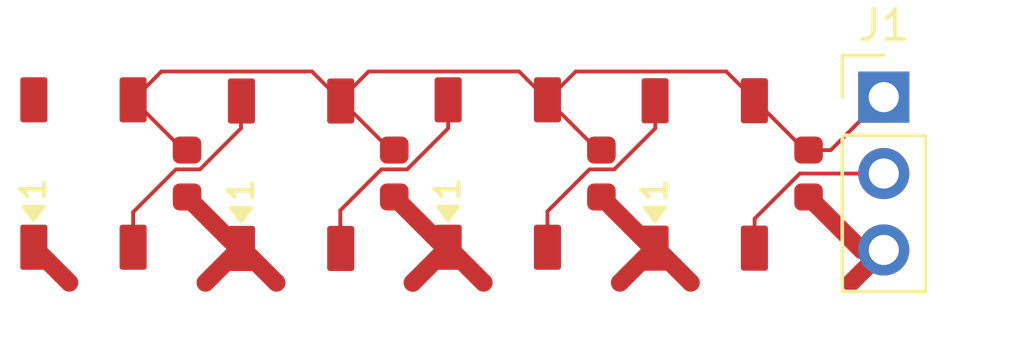
<source format=kicad_pcb>
(kicad_pcb (version 20241229) (generator "pcbnew") (generator_version "9.0")
  (layers (0 "F.Cu" signal) (4 "In1.Cu" signal) (6 "In2.Cu" signal) (2 "B.Cu" signal) (13 "F.Paste" user) (15 "B.Paste" user) (5 "F.SilkS" user "F.Silkscreen") (7 "B.SilkS" user "B.Silkscreen") (1 "F.Mask" user) (3 "B.Mask" user) (25 "Edge.Cuts" user))
  (net 0 "")
  (net 1 "GND")
  (net 2 "+3.3V")
  (net 3 "Net-(D1-DOUT)")
  (net 4 "Net-(D2-DOUT)")
  (net 5 "Net-(D3-DOUT)")
  (net 6 "Net-(D4-DOUT)")
  (net 7 "/RGB_DIN")
  (footprint "PCM_JLCPCB:LED_WS2812B_PLCC4_5.0x5.0mm_P3.2mm" (layer "F.Cu") (at 193.1 88.48 90)
    (property "Reference" "D4" (hide yes))
    (property "Value" "WS2812B")
    (fp_poly (pts (xy -1.57 -1.66) (xy -1.1 -2) (xy -1.1 -1.32) (xy -1.57 -1.66)) (stroke (width 0.12)) (fill yes) (layer "F.SilkS"))
    (fp_text user "1" (at -1 -1.2 90) (layer "F.SilkS") (effects (font (size 0.8 0.8) (thickness 0.15) (bold yes)) (justify left bottom)))
    (pad "1" smd roundrect (at -2.45 -1.65 90) (size 1.5 0.9) (layers "F.Cu" "F.Mask" "F.Paste") (roundrect_rratio 0.1) (net 2 "+3.3V"))
    (pad "2" smd roundrect (at -2.45 1.65 90) (size 1.5 0.9) (layers "F.Cu" "F.Mask" "F.Paste") (roundrect_rratio 0.1) (net 6 "Net-(D4-DOUT)"))
    (pad "3" smd roundrect (at 2.45 1.65 90) (size 1.5 0.9) (layers "F.Cu" "F.Mask" "F.Paste") (roundrect_rratio 0.1) (net 1 "GND"))
    (pad "4" smd roundrect (at 2.45 -1.65 90) (size 1.5 0.9) (layers "F.Cu" "F.Mask" "F.Paste") (roundrect_rratio 0.1) (net 5 "Net-(D3-DOUT)"))
  )
  (footprint "PCM_JLCPCB:C_0603" (layer "F.Cu") (at 189.664286 88.45 -90)
    (property "Reference" "C2" (hide yes))
    (property "Value" "100nF")
    (pad "1" smd roundrect (at -0.78 0 270) (size 0.9 0.95) (layers "F.Cu" "F.Mask" "F.Paste") (net 1 "GND"))
    (pad "2" smd roundrect (at 0.78 0 270) (size 0.9 0.95) (layers "F.Cu" "F.Mask" "F.Paste") (net 2 "+3.3V"))
  )
  (footprint "PCM_JLCPCB:C_0603" (layer "F.Cu") (at 182.778571 88.45 -90)
    (property "Reference" "C3" (hide yes))
    (property "Value" "100nF")
    (pad "1" smd roundrect (at -0.78 0 270) (size 0.9 0.95) (layers "F.Cu" "F.Mask" "F.Paste") (net 1 "GND"))
    (pad "2" smd roundrect (at 0.78 0 270) (size 0.9 0.95) (layers "F.Cu" "F.Mask" "F.Paste") (net 2 "+3.3V"))
  )
  (footprint "PCM_JLCPCB:C_0603" (layer "F.Cu") (at 196.55 88.45 -90)
    (property "Reference" "C1" (hide yes))
    (property "Value" "100nF")
    (pad "1" smd roundrect (at -0.78 0 270) (size 0.9 0.95) (layers "F.Cu" "F.Mask" "F.Paste") (net 1 "GND"))
    (pad "2" smd roundrect (at 0.78 0 270) (size 0.9 0.95) (layers "F.Cu" "F.Mask" "F.Paste") (net 2 "+3.3V"))
  )
  (footprint "PCM_JLCPCB:C_0603" (layer "F.Cu") (at 175.892857 88.45 -90)
    (property "Reference" "C4" (hide yes))
    (property "Value" "100nF")
    (pad "1" smd roundrect (at -0.78 0 270) (size 0.9 0.95) (layers "F.Cu" "F.Mask" "F.Paste") (net 1 "GND"))
    (pad "2" smd roundrect (at 0.78 0 270) (size 0.9 0.95) (layers "F.Cu" "F.Mask" "F.Paste") (net 2 "+3.3V"))
  )
  (footprint "PCM_JLCPCB:LED_WS2812B_PLCC4_5.0x5.0mm_P3.2mm" (layer "F.Cu") (at 186.221429 88.45 90)
    (property "Reference" "D3" (hide yes))
    (property "Value" "WS2812B")
    (fp_poly (pts (xy -1.57 -1.66) (xy -1.1 -2) (xy -1.1 -1.32) (xy -1.57 -1.66)) (stroke (width 0.12)) (fill yes) (layer "F.SilkS"))
    (fp_text user "1" (at -1 -1.2 90) (layer "F.SilkS") (effects (font (size 0.8 0.8) (thickness 0.15) (bold yes)) (justify left bottom)))
    (pad "1" smd roundrect (at -2.45 -1.65 90) (size 1.5 0.9) (layers "F.Cu" "F.Mask" "F.Paste") (roundrect_rratio 0.1) (net 2 "+3.3V"))
    (pad "2" smd roundrect (at -2.45 1.65 90) (size 1.5 0.9) (layers "F.Cu" "F.Mask" "F.Paste") (roundrect_rratio 0.1) (net 5 "Net-(D3-DOUT)"))
    (pad "3" smd roundrect (at 2.45 1.65 90) (size 1.5 0.9) (layers "F.Cu" "F.Mask" "F.Paste") (roundrect_rratio 0.1) (net 1 "GND"))
    (pad "4" smd roundrect (at 2.45 -1.65 90) (size 1.5 0.9) (layers "F.Cu" "F.Mask" "F.Paste") (roundrect_rratio 0.1) (net 4 "Net-(D2-DOUT)"))
  )
  (footprint "PCM_JLCPCB:LED_WS2812B_PLCC4_5.0x5.0mm_P3.2mm" (layer "F.Cu") (at 172.45 88.45 90)
    (property "Reference" "D1" (hide yes))
    (property "Value" "WS2812B")
    (fp_poly (pts (xy -1.57 -1.66) (xy -1.1 -2) (xy -1.1 -1.32) (xy -1.57 -1.66)) (stroke (width 0.12)) (fill yes) (layer "F.SilkS"))
    (fp_text user "1" (at -1 -1.2 90) (layer "F.SilkS") (effects (font (size 0.8 0.8) (thickness 0.15) (bold yes)) (justify left bottom)))
    (pad "1" smd roundrect (at -2.45 -1.65 90) (size 1.5 0.9) (layers "F.Cu" "F.Mask" "F.Paste") (roundrect_rratio 0.1) (net 2 "+3.3V"))
    (pad "2" smd roundrect (at -2.45 1.65 90) (size 1.5 0.9) (layers "F.Cu" "F.Mask" "F.Paste") (roundrect_rratio 0.1) (net 3 "Net-(D1-DOUT)"))
    (pad "3" smd roundrect (at 2.45 1.65 90) (size 1.5 0.9) (layers "F.Cu" "F.Mask" "F.Paste") (roundrect_rratio 0.1) (net 1 "GND"))
    (pad "4" smd roundrect (at 2.45 -1.65 90) (size 1.5 0.9) (layers "F.Cu" "F.Mask" "F.Paste") (roundrect_rratio 0.1) (net 7 "/RGB_DIN"))
  )
  (footprint "Connector_PinHeader_2.54mm:PinHeader_1x03_P2.54mm_Vertical" (layer "F.Cu") (at 199.05 85.91)
    (property "Reference" "J1" (at 0 -2.38 0) (layer "F.SilkS"))
    (property "Value" "Conn_01x03")
    (fp_line (start -1.38 -1.38) (end 0 -1.38) (stroke (width 0.12)) (layer "F.SilkS"))
    (fp_line (start -1.38 0) (end -1.38 -1.38) (stroke (width 0.12)) (layer "F.SilkS"))
    (fp_line (start -1.38 1.27) (end -1.38 6.46) (stroke (width 0.12)) (layer "F.SilkS"))
    (fp_line (start -1.38 1.27) (end 1.38 1.27) (stroke (width 0.12)) (layer "F.SilkS"))
    (fp_line (start -1.38 6.46) (end 1.38 6.46) (stroke (width 0.12)) (layer "F.SilkS"))
    (fp_line (start 1.38 1.27) (end 1.38 6.46) (stroke (width 0.12)) (layer "F.SilkS"))
    (pad "1" thru_hole rect (at 0 0) (size 1.7 1.7) (drill 1) (layers "*.Cu" "*.Mask") (net 1 "GND"))
    (pad "2" thru_hole circle (at 0 2.54) (size 1.7 1.7) (drill 1) (layers "*.Cu" "*.Mask") (net 6 "Net-(D4-DOUT)"))
    (pad "3" thru_hole circle (at 0 5.08) (size 1.7 1.7) (drill 1) (layers "*.Cu" "*.Mask") (net 2 "+3.3V"))
  )
  (footprint "PCM_JLCPCB:LED_WS2812B_PLCC4_5.0x5.0mm_P3.2mm" (layer "F.Cu") (at 179.35 88.49 90)
    (property "Reference" "D2" (hide yes))
    (property "Value" "WS2812B")
    (fp_poly (pts (xy -1.57 -1.66) (xy -1.1 -2) (xy -1.1 -1.32) (xy -1.57 -1.66)) (stroke (width 0.12)) (fill yes) (layer "F.SilkS"))
    (fp_text user "1" (at -1 -1.2 90) (layer "F.SilkS") (effects (font (size 0.8 0.8) (thickness 0.15) (bold yes)) (justify left bottom)))
    (pad "1" smd roundrect (at -2.45 -1.65 90) (size 1.5 0.9) (layers "F.Cu" "F.Mask" "F.Paste") (roundrect_rratio 0.1) (net 2 "+3.3V"))
    (pad "2" smd roundrect (at -2.45 1.65 90) (size 1.5 0.9) (layers "F.Cu" "F.Mask" "F.Paste") (roundrect_rratio 0.1) (net 4 "Net-(D2-DOUT)"))
    (pad "3" smd roundrect (at 2.45 1.65 90) (size 1.5 0.9) (layers "F.Cu" "F.Mask" "F.Paste") (roundrect_rratio 0.1) (net 1 "GND"))
    (pad "4" smd roundrect (at 2.45 -1.65 90) (size 1.5 0.9) (layers "F.Cu" "F.Mask" "F.Paste") (roundrect_rratio 0.1) (net 3 "Net-(D1-DOUT)"))
  )
  (segment (start 197.29 87.67) (end 199.05 85.91) (width 0.127) (layer "F.Cu") (net 1))
  (segment (start 175.0415 85.0585) (end 174.1 86) (width 0.127) (layer "F.Cu") (net 1))
  (segment (start 196.427143 87.67) (end 194.757143 86) (width 0.127) (layer "F.Cu") (net 1))
  (segment (start 181.927214 85.0585) (end 186.929929 85.0585) (width 0.127) (layer "F.Cu") (net 1))
  (segment (start 180.985714 86) (end 180.044214 85.0585) (width 0.127) (layer "F.Cu") (net 1))
  (segment (start 196.55 87.67) (end 197.29 87.67) (width 0.127) (layer "F.Cu") (net 1))
  (segment (start 182.655714 87.67) (end 180.985714 86) (width 0.127) (layer "F.Cu") (net 1))
  (segment (start 180.044214 85.0585) (end 175.0415 85.0585) (width 0.127) (layer "F.Cu") (net 1))
  (segment (start 189.541429 87.67) (end 187.871429 86) (width 0.127) (layer "F.Cu") (net 1))
  (segment (start 189.664286 87.67) (end 189.541429 87.67) (width 0.127) (layer "F.Cu") (net 1))
  (segment (start 186.929929 85.0585) (end 187.871429 86) (width 0.127) (layer "F.Cu") (net 1))
  (segment (start 188.812929 85.0585) (end 187.871429 86) (width 0.127) (layer "F.Cu") (net 1))
  (segment (start 175.892857 87.67) (end 175.77 87.67) (width 0.127) (layer "F.Cu") (net 1))
  (segment (start 194.757143 86) (end 193.815643 85.0585) (width 0.127) (layer "F.Cu") (net 1))
  (segment (start 182.778571 87.67) (end 182.655714 87.67) (width 0.127) (layer "F.Cu") (net 1))
  (segment (start 175.77 87.67) (end 174.1 86) (width 0.127) (layer "F.Cu") (net 1))
  (segment (start 196.55 87.67) (end 196.427143 87.67) (width 0.127) (layer "F.Cu") (net 1))
  (segment (start 180.985714 86) (end 181.927214 85.0585) (width 0.127) (layer "F.Cu") (net 1))
  (segment (start 193.815643 85.0585) (end 188.812929 85.0585) (width 0.127) (layer "F.Cu") (net 1))
  (segment (start 190.279143 92.078) (end 191.457143 90.9) (width 0.6) (layer "F.Cu") (net 2))
  (segment (start 170.8 90.9) (end 171.978 92.078) (width 0.6) (layer "F.Cu") (net 2))
  (segment (start 191.457143 90.9) (end 191.334286 90.9) (width 0.6) (layer "F.Cu") (net 2))
  (segment (start 184.448571 90.9) (end 182.778571 89.23) (width 0.6) (layer "F.Cu") (net 2))
  (segment (start 184.571429 90.9) (end 185.749429 92.078) (width 0.6) (layer "F.Cu") (net 2))
  (segment (start 197.962 92.078) (end 199.05 90.99) (width 0.6) (layer "F.Cu") (net 2))
  (segment (start 191.334286 90.9) (end 189.664286 89.23) (width 0.6) (layer "F.Cu") (net 2))
  (segment (start 177.685714 90.9) (end 178.863714 92.078) (width 0.6) (layer "F.Cu") (net 2))
  (segment (start 198.31 90.99) (end 196.55 89.23) (width 0.6) (layer "F.Cu") (net 2))
  (segment (start 184.571429 90.9) (end 184.448571 90.9) (width 0.6) (layer "F.Cu") (net 2))
  (segment (start 177.685714 90.9) (end 177.562857 90.9) (width 0.6) (layer "F.Cu") (net 2))
  (segment (start 183.393428 92.078) (end 183.530714 91.940714) (width 0.6) (layer "F.Cu") (net 2))
  (segment (start 176.507714 92.078) (end 177.685714 90.9) (width 0.6) (layer "F.Cu") (net 2))
  (segment (start 183.530714 91.940714) (end 184.571429 90.9) (width 0.6) (layer "F.Cu") (net 2))
  (segment (start 177.562857 90.9) (end 175.892857 89.23) (width 0.6) (layer "F.Cu") (net 2))
  (segment (start 199.05 90.99) (end 198.31 90.99) (width 0.6) (layer "F.Cu") (net 2))
  (segment (start 183.393429 92.078) (end 183.530714 91.940714) (width 0.6) (layer "F.Cu") (net 2))
  (segment (start 191.457143 90.9) (end 192.635143 92.078) (width 0.6) (layer "F.Cu") (net 2))
  (segment (start 175.522601 88.3115) (end 176.321613 88.3115) (width 0.127) (layer "F.Cu") (net 3))
  (segment (start 174.1 90.9) (end 174.1 89.734101) (width 0.127) (layer "F.Cu") (net 3))
  (segment (start 176.321613 88.3115) (end 177.685714 86.947399) (width 0.127) (layer "F.Cu") (net 3))
  (segment (start 177.685714 86.947399) (end 177.685714 86) (width 0.127) (layer "F.Cu") (net 3))
  (segment (start 174.1 89.734101) (end 175.522601 88.3115) (width 0.127) (layer "F.Cu") (net 3))
  (segment (start 183.207327 88.3115) (end 184.571429 86.947398) (width 0.127) (layer "F.Cu") (net 4))
  (segment (start 180.985714 89.675601) (end 182.349815 88.3115) (width 0.127) (layer "F.Cu") (net 4))
  (segment (start 182.349815 88.3115) (end 183.207327 88.3115) (width 0.127) (layer "F.Cu") (net 4))
  (segment (start 184.571429 86.947398) (end 184.571429 86) (width 0.127) (layer "F.Cu") (net 4))
  (segment (start 180.985714 90.9) (end 180.985714 89.675601) (width 0.127) (layer "F.Cu") (net 4))
  (segment (start 187.871429 89.708571) (end 189.2685 88.3115) (width 0.127) (layer "F.Cu") (net 5))
  (segment (start 190.093042 88.3115) (end 191.457143 86.947399) (width 0.127) (layer "F.Cu") (net 5))
  (segment (start 187.871429 90.9) (end 187.871429 89.708571) (width 0.127) (layer "F.Cu") (net 5))
  (segment (start 189.2685 88.3115) (end 190.093042 88.3115) (width 0.127) (layer "F.Cu") (net 5))
  (segment (start 191.457143 86.947399) (end 191.457143 86) (width 0.127) (layer "F.Cu") (net 5))
  (segment (start 196.259744 88.45) (end 199.05 88.45) (width 0.127) (layer "F.Cu") (net 6))
  (segment (start 194.757143 90.9) (end 194.757143 89.952601) (width 0.127) (layer "F.Cu") (net 6))
  (segment (start 194.757143 89.952601) (end 196.259744 88.45) (width 0.127) (layer "F.Cu") (net 6))
)
</source>
